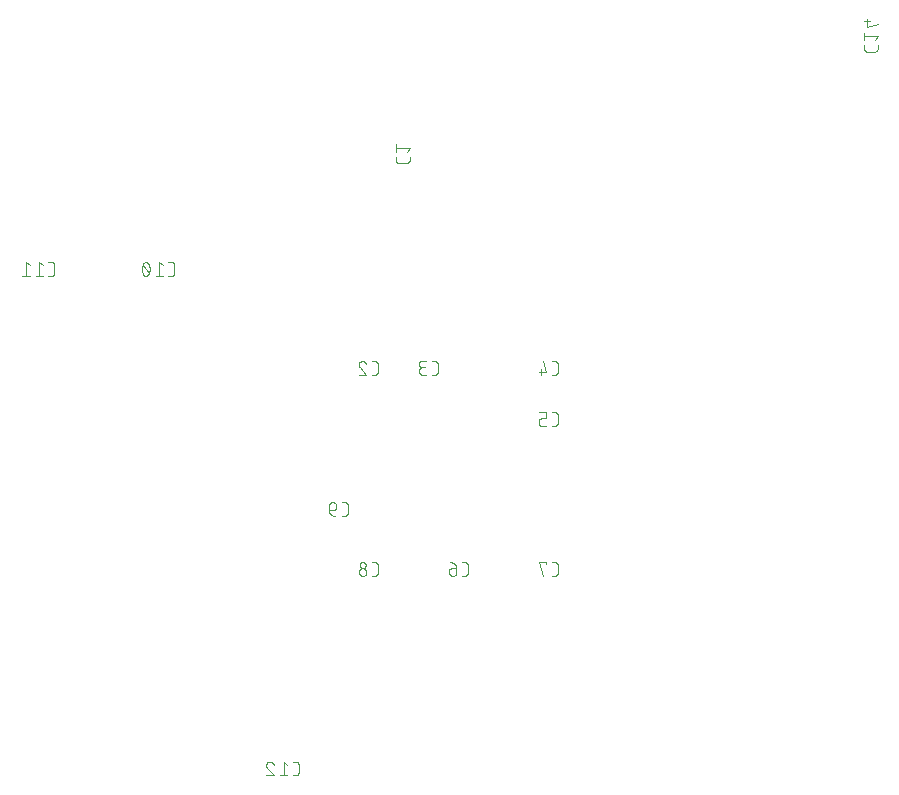
<source format=gbr>
G04 EAGLE Gerber RS-274X export*
G75*
%MOMM*%
%FSLAX34Y34*%
%LPD*%
%INSilkscreen Bottom*%
%IPPOS*%
%AMOC8*
5,1,8,0,0,1.08239X$1,22.5*%
G01*
%ADD10C,0.101600*%


D10*
X505968Y555968D02*
X505968Y553372D01*
X505970Y553273D01*
X505976Y553173D01*
X505985Y553074D01*
X505998Y552976D01*
X506015Y552878D01*
X506036Y552780D01*
X506061Y552684D01*
X506089Y552589D01*
X506121Y552495D01*
X506156Y552402D01*
X506195Y552310D01*
X506238Y552220D01*
X506283Y552132D01*
X506333Y552045D01*
X506385Y551961D01*
X506441Y551878D01*
X506499Y551798D01*
X506561Y551720D01*
X506626Y551645D01*
X506694Y551572D01*
X506764Y551502D01*
X506837Y551434D01*
X506912Y551369D01*
X506990Y551307D01*
X507070Y551249D01*
X507153Y551193D01*
X507237Y551141D01*
X507324Y551091D01*
X507412Y551046D01*
X507502Y551003D01*
X507594Y550964D01*
X507687Y550929D01*
X507781Y550897D01*
X507876Y550869D01*
X507972Y550844D01*
X508070Y550823D01*
X508168Y550806D01*
X508266Y550793D01*
X508365Y550784D01*
X508465Y550778D01*
X508564Y550776D01*
X508564Y550775D02*
X515056Y550775D01*
X515056Y550776D02*
X515155Y550778D01*
X515255Y550784D01*
X515354Y550793D01*
X515452Y550806D01*
X515550Y550823D01*
X515648Y550844D01*
X515744Y550869D01*
X515839Y550897D01*
X515933Y550929D01*
X516026Y550964D01*
X516118Y551003D01*
X516208Y551046D01*
X516296Y551091D01*
X516383Y551141D01*
X516467Y551193D01*
X516550Y551249D01*
X516630Y551307D01*
X516708Y551369D01*
X516783Y551434D01*
X516856Y551502D01*
X516926Y551572D01*
X516994Y551645D01*
X517059Y551720D01*
X517121Y551798D01*
X517179Y551878D01*
X517235Y551961D01*
X517287Y552045D01*
X517337Y552132D01*
X517382Y552220D01*
X517425Y552310D01*
X517464Y552402D01*
X517499Y552494D01*
X517531Y552589D01*
X517559Y552684D01*
X517584Y552780D01*
X517605Y552878D01*
X517622Y552976D01*
X517635Y553074D01*
X517644Y553173D01*
X517650Y553273D01*
X517652Y553372D01*
X517652Y555968D01*
X515056Y560334D02*
X517652Y563579D01*
X505968Y563579D01*
X505968Y560334D02*
X505968Y566825D01*
X488028Y371348D02*
X485432Y371348D01*
X488028Y371348D02*
X488127Y371350D01*
X488227Y371356D01*
X488326Y371365D01*
X488424Y371378D01*
X488522Y371395D01*
X488620Y371416D01*
X488716Y371441D01*
X488811Y371469D01*
X488905Y371501D01*
X488998Y371536D01*
X489090Y371575D01*
X489180Y371618D01*
X489268Y371663D01*
X489355Y371713D01*
X489439Y371765D01*
X489522Y371821D01*
X489602Y371879D01*
X489680Y371941D01*
X489755Y372006D01*
X489828Y372074D01*
X489898Y372144D01*
X489966Y372217D01*
X490031Y372292D01*
X490093Y372370D01*
X490151Y372450D01*
X490207Y372533D01*
X490259Y372617D01*
X490309Y372704D01*
X490354Y372792D01*
X490397Y372882D01*
X490436Y372974D01*
X490471Y373067D01*
X490503Y373161D01*
X490531Y373256D01*
X490556Y373352D01*
X490577Y373450D01*
X490594Y373548D01*
X490607Y373646D01*
X490616Y373745D01*
X490622Y373845D01*
X490624Y373944D01*
X490625Y373944D02*
X490625Y380436D01*
X490624Y380436D02*
X490622Y380535D01*
X490616Y380635D01*
X490607Y380734D01*
X490594Y380832D01*
X490577Y380930D01*
X490556Y381028D01*
X490531Y381124D01*
X490503Y381219D01*
X490471Y381313D01*
X490436Y381406D01*
X490397Y381498D01*
X490354Y381588D01*
X490309Y381676D01*
X490259Y381763D01*
X490207Y381847D01*
X490151Y381930D01*
X490093Y382010D01*
X490031Y382088D01*
X489966Y382163D01*
X489898Y382236D01*
X489828Y382306D01*
X489755Y382374D01*
X489680Y382439D01*
X489602Y382501D01*
X489522Y382559D01*
X489439Y382615D01*
X489355Y382667D01*
X489268Y382717D01*
X489180Y382762D01*
X489090Y382805D01*
X488998Y382844D01*
X488905Y382879D01*
X488811Y382911D01*
X488716Y382939D01*
X488620Y382964D01*
X488522Y382985D01*
X488424Y383002D01*
X488326Y383015D01*
X488227Y383024D01*
X488127Y383030D01*
X488028Y383032D01*
X485432Y383032D01*
X477496Y383032D02*
X477389Y383030D01*
X477283Y383024D01*
X477177Y383014D01*
X477071Y383001D01*
X476965Y382983D01*
X476861Y382962D01*
X476757Y382937D01*
X476654Y382908D01*
X476553Y382876D01*
X476453Y382839D01*
X476354Y382799D01*
X476256Y382756D01*
X476160Y382709D01*
X476066Y382658D01*
X475974Y382604D01*
X475884Y382547D01*
X475796Y382487D01*
X475711Y382423D01*
X475628Y382356D01*
X475547Y382286D01*
X475469Y382214D01*
X475393Y382138D01*
X475321Y382060D01*
X475251Y381979D01*
X475184Y381896D01*
X475120Y381811D01*
X475060Y381723D01*
X475003Y381633D01*
X474949Y381541D01*
X474898Y381447D01*
X474851Y381351D01*
X474808Y381253D01*
X474768Y381154D01*
X474731Y381054D01*
X474699Y380953D01*
X474670Y380850D01*
X474645Y380746D01*
X474624Y380642D01*
X474606Y380536D01*
X474593Y380430D01*
X474583Y380324D01*
X474577Y380218D01*
X474575Y380111D01*
X477496Y383032D02*
X477617Y383030D01*
X477738Y383024D01*
X477858Y383014D01*
X477979Y383001D01*
X478098Y382983D01*
X478218Y382962D01*
X478336Y382937D01*
X478453Y382908D01*
X478570Y382875D01*
X478685Y382839D01*
X478799Y382798D01*
X478912Y382755D01*
X479024Y382707D01*
X479133Y382656D01*
X479241Y382601D01*
X479348Y382543D01*
X479452Y382482D01*
X479554Y382417D01*
X479654Y382349D01*
X479752Y382278D01*
X479848Y382204D01*
X479941Y382127D01*
X480031Y382046D01*
X480119Y381963D01*
X480204Y381877D01*
X480287Y381788D01*
X480366Y381697D01*
X480443Y381603D01*
X480516Y381507D01*
X480586Y381409D01*
X480653Y381308D01*
X480717Y381205D01*
X480778Y381100D01*
X480835Y380993D01*
X480888Y380885D01*
X480938Y380775D01*
X480984Y380663D01*
X481027Y380550D01*
X481066Y380435D01*
X475550Y377839D02*
X475471Y377917D01*
X475395Y377997D01*
X475322Y378080D01*
X475252Y378166D01*
X475185Y378253D01*
X475121Y378344D01*
X475061Y378436D01*
X475003Y378530D01*
X474949Y378627D01*
X474899Y378725D01*
X474852Y378825D01*
X474808Y378926D01*
X474768Y379029D01*
X474732Y379134D01*
X474700Y379239D01*
X474671Y379346D01*
X474646Y379453D01*
X474624Y379562D01*
X474607Y379671D01*
X474593Y379780D01*
X474584Y379890D01*
X474578Y380001D01*
X474576Y380111D01*
X475549Y377839D02*
X481066Y371348D01*
X474575Y371348D01*
X536232Y371348D02*
X538828Y371348D01*
X538927Y371350D01*
X539027Y371356D01*
X539126Y371365D01*
X539224Y371378D01*
X539322Y371395D01*
X539420Y371416D01*
X539516Y371441D01*
X539611Y371469D01*
X539705Y371501D01*
X539798Y371536D01*
X539890Y371575D01*
X539980Y371618D01*
X540068Y371663D01*
X540155Y371713D01*
X540239Y371765D01*
X540322Y371821D01*
X540402Y371879D01*
X540480Y371941D01*
X540555Y372006D01*
X540628Y372074D01*
X540698Y372144D01*
X540766Y372217D01*
X540831Y372292D01*
X540893Y372370D01*
X540951Y372450D01*
X541007Y372533D01*
X541059Y372617D01*
X541109Y372704D01*
X541154Y372792D01*
X541197Y372882D01*
X541236Y372974D01*
X541271Y373067D01*
X541303Y373161D01*
X541331Y373256D01*
X541356Y373352D01*
X541377Y373450D01*
X541394Y373548D01*
X541407Y373646D01*
X541416Y373745D01*
X541422Y373845D01*
X541424Y373944D01*
X541425Y373944D02*
X541425Y380436D01*
X541424Y380436D02*
X541422Y380535D01*
X541416Y380635D01*
X541407Y380734D01*
X541394Y380832D01*
X541377Y380930D01*
X541356Y381028D01*
X541331Y381124D01*
X541303Y381219D01*
X541271Y381313D01*
X541236Y381406D01*
X541197Y381498D01*
X541154Y381588D01*
X541109Y381676D01*
X541059Y381763D01*
X541007Y381847D01*
X540951Y381930D01*
X540893Y382010D01*
X540831Y382088D01*
X540766Y382163D01*
X540698Y382236D01*
X540628Y382306D01*
X540555Y382374D01*
X540480Y382439D01*
X540402Y382501D01*
X540322Y382559D01*
X540239Y382615D01*
X540155Y382667D01*
X540068Y382717D01*
X539980Y382762D01*
X539890Y382805D01*
X539798Y382844D01*
X539705Y382879D01*
X539611Y382911D01*
X539516Y382939D01*
X539420Y382964D01*
X539322Y382985D01*
X539224Y383002D01*
X539126Y383015D01*
X539027Y383024D01*
X538927Y383030D01*
X538828Y383032D01*
X536232Y383032D01*
X531866Y371348D02*
X528621Y371348D01*
X528508Y371350D01*
X528395Y371356D01*
X528282Y371366D01*
X528169Y371380D01*
X528057Y371397D01*
X527946Y371419D01*
X527836Y371444D01*
X527726Y371474D01*
X527618Y371507D01*
X527511Y371544D01*
X527405Y371584D01*
X527301Y371629D01*
X527198Y371677D01*
X527097Y371728D01*
X526998Y371783D01*
X526901Y371841D01*
X526806Y371903D01*
X526713Y371968D01*
X526623Y372036D01*
X526535Y372107D01*
X526449Y372182D01*
X526366Y372259D01*
X526286Y372339D01*
X526209Y372422D01*
X526134Y372508D01*
X526063Y372596D01*
X525995Y372686D01*
X525930Y372779D01*
X525868Y372874D01*
X525810Y372971D01*
X525755Y373070D01*
X525704Y373171D01*
X525656Y373274D01*
X525611Y373378D01*
X525571Y373484D01*
X525534Y373591D01*
X525501Y373699D01*
X525471Y373809D01*
X525446Y373919D01*
X525424Y374030D01*
X525407Y374142D01*
X525393Y374255D01*
X525383Y374368D01*
X525377Y374481D01*
X525375Y374594D01*
X525377Y374707D01*
X525383Y374820D01*
X525393Y374933D01*
X525407Y375046D01*
X525424Y375158D01*
X525446Y375269D01*
X525471Y375379D01*
X525501Y375489D01*
X525534Y375597D01*
X525571Y375704D01*
X525611Y375810D01*
X525656Y375914D01*
X525704Y376017D01*
X525755Y376118D01*
X525810Y376217D01*
X525868Y376314D01*
X525930Y376409D01*
X525995Y376502D01*
X526063Y376592D01*
X526134Y376680D01*
X526209Y376766D01*
X526286Y376849D01*
X526366Y376929D01*
X526449Y377006D01*
X526535Y377081D01*
X526623Y377152D01*
X526713Y377220D01*
X526806Y377285D01*
X526901Y377347D01*
X526998Y377405D01*
X527097Y377460D01*
X527198Y377511D01*
X527301Y377559D01*
X527405Y377604D01*
X527511Y377644D01*
X527618Y377681D01*
X527726Y377714D01*
X527836Y377744D01*
X527946Y377769D01*
X528057Y377791D01*
X528169Y377808D01*
X528282Y377822D01*
X528395Y377832D01*
X528508Y377838D01*
X528621Y377840D01*
X527972Y383032D02*
X531866Y383032D01*
X527972Y383032D02*
X527871Y383030D01*
X527771Y383024D01*
X527671Y383014D01*
X527571Y383001D01*
X527472Y382983D01*
X527373Y382962D01*
X527276Y382937D01*
X527179Y382908D01*
X527084Y382875D01*
X526990Y382839D01*
X526898Y382799D01*
X526807Y382756D01*
X526718Y382709D01*
X526631Y382659D01*
X526545Y382605D01*
X526462Y382548D01*
X526382Y382488D01*
X526303Y382425D01*
X526227Y382358D01*
X526154Y382289D01*
X526084Y382217D01*
X526016Y382143D01*
X525951Y382066D01*
X525890Y381986D01*
X525831Y381904D01*
X525776Y381820D01*
X525724Y381734D01*
X525675Y381646D01*
X525630Y381556D01*
X525588Y381464D01*
X525550Y381371D01*
X525516Y381276D01*
X525485Y381181D01*
X525458Y381084D01*
X525435Y380986D01*
X525415Y380887D01*
X525400Y380787D01*
X525388Y380687D01*
X525380Y380587D01*
X525376Y380486D01*
X525376Y380386D01*
X525380Y380285D01*
X525388Y380185D01*
X525400Y380085D01*
X525415Y379985D01*
X525435Y379886D01*
X525458Y379788D01*
X525485Y379691D01*
X525516Y379596D01*
X525550Y379501D01*
X525588Y379408D01*
X525630Y379316D01*
X525675Y379226D01*
X525724Y379138D01*
X525776Y379052D01*
X525831Y378968D01*
X525890Y378886D01*
X525951Y378806D01*
X526016Y378729D01*
X526084Y378655D01*
X526154Y378583D01*
X526227Y378514D01*
X526303Y378447D01*
X526382Y378384D01*
X526462Y378324D01*
X526545Y378267D01*
X526631Y378213D01*
X526718Y378163D01*
X526807Y378116D01*
X526898Y378073D01*
X526990Y378033D01*
X527084Y377997D01*
X527179Y377964D01*
X527276Y377935D01*
X527373Y377910D01*
X527472Y377889D01*
X527571Y377871D01*
X527671Y377858D01*
X527771Y377848D01*
X527871Y377842D01*
X527972Y377840D01*
X527972Y377839D02*
X530568Y377839D01*
X637832Y371348D02*
X640428Y371348D01*
X640527Y371350D01*
X640627Y371356D01*
X640726Y371365D01*
X640824Y371378D01*
X640922Y371395D01*
X641020Y371416D01*
X641116Y371441D01*
X641211Y371469D01*
X641305Y371501D01*
X641398Y371536D01*
X641490Y371575D01*
X641580Y371618D01*
X641668Y371663D01*
X641755Y371713D01*
X641839Y371765D01*
X641922Y371821D01*
X642002Y371879D01*
X642080Y371941D01*
X642155Y372006D01*
X642228Y372074D01*
X642298Y372144D01*
X642366Y372217D01*
X642431Y372292D01*
X642493Y372370D01*
X642551Y372450D01*
X642607Y372533D01*
X642659Y372617D01*
X642709Y372704D01*
X642754Y372792D01*
X642797Y372882D01*
X642836Y372974D01*
X642871Y373067D01*
X642903Y373161D01*
X642931Y373256D01*
X642956Y373352D01*
X642977Y373450D01*
X642994Y373548D01*
X643007Y373646D01*
X643016Y373745D01*
X643022Y373845D01*
X643024Y373944D01*
X643025Y373944D02*
X643025Y380436D01*
X643024Y380436D02*
X643022Y380535D01*
X643016Y380635D01*
X643007Y380734D01*
X642994Y380832D01*
X642977Y380930D01*
X642956Y381028D01*
X642931Y381124D01*
X642903Y381219D01*
X642871Y381313D01*
X642836Y381406D01*
X642797Y381498D01*
X642754Y381588D01*
X642709Y381676D01*
X642659Y381763D01*
X642607Y381847D01*
X642551Y381930D01*
X642493Y382010D01*
X642431Y382088D01*
X642366Y382163D01*
X642298Y382236D01*
X642228Y382306D01*
X642155Y382374D01*
X642080Y382439D01*
X642002Y382501D01*
X641922Y382559D01*
X641839Y382615D01*
X641755Y382667D01*
X641668Y382717D01*
X641580Y382762D01*
X641490Y382805D01*
X641398Y382844D01*
X641305Y382879D01*
X641211Y382911D01*
X641116Y382939D01*
X641020Y382964D01*
X640922Y382985D01*
X640824Y383002D01*
X640726Y383015D01*
X640627Y383024D01*
X640527Y383030D01*
X640428Y383032D01*
X637832Y383032D01*
X630870Y383032D02*
X633466Y373944D01*
X626975Y373944D01*
X628923Y371348D02*
X628923Y376541D01*
X637832Y328168D02*
X640428Y328168D01*
X640527Y328170D01*
X640627Y328176D01*
X640726Y328185D01*
X640824Y328198D01*
X640922Y328215D01*
X641020Y328236D01*
X641116Y328261D01*
X641211Y328289D01*
X641305Y328321D01*
X641398Y328356D01*
X641490Y328395D01*
X641580Y328438D01*
X641668Y328483D01*
X641755Y328533D01*
X641839Y328585D01*
X641922Y328641D01*
X642002Y328699D01*
X642080Y328761D01*
X642155Y328826D01*
X642228Y328894D01*
X642298Y328964D01*
X642366Y329037D01*
X642431Y329112D01*
X642493Y329190D01*
X642551Y329270D01*
X642607Y329353D01*
X642659Y329437D01*
X642709Y329524D01*
X642754Y329612D01*
X642797Y329702D01*
X642836Y329794D01*
X642871Y329887D01*
X642903Y329981D01*
X642931Y330076D01*
X642956Y330172D01*
X642977Y330270D01*
X642994Y330368D01*
X643007Y330466D01*
X643016Y330565D01*
X643022Y330665D01*
X643024Y330764D01*
X643025Y330764D02*
X643025Y337256D01*
X643024Y337256D02*
X643022Y337355D01*
X643016Y337455D01*
X643007Y337554D01*
X642994Y337652D01*
X642977Y337750D01*
X642956Y337848D01*
X642931Y337944D01*
X642903Y338039D01*
X642871Y338133D01*
X642836Y338226D01*
X642797Y338318D01*
X642754Y338408D01*
X642709Y338496D01*
X642659Y338583D01*
X642607Y338667D01*
X642551Y338750D01*
X642493Y338830D01*
X642431Y338908D01*
X642366Y338983D01*
X642298Y339056D01*
X642228Y339126D01*
X642155Y339194D01*
X642080Y339259D01*
X642002Y339321D01*
X641922Y339379D01*
X641839Y339435D01*
X641755Y339487D01*
X641668Y339537D01*
X641580Y339582D01*
X641490Y339625D01*
X641398Y339664D01*
X641305Y339699D01*
X641211Y339731D01*
X641116Y339759D01*
X641020Y339784D01*
X640922Y339805D01*
X640824Y339822D01*
X640726Y339835D01*
X640627Y339844D01*
X640527Y339850D01*
X640428Y339852D01*
X637832Y339852D01*
X633466Y328168D02*
X629572Y328168D01*
X629473Y328170D01*
X629373Y328176D01*
X629274Y328185D01*
X629176Y328198D01*
X629078Y328215D01*
X628980Y328236D01*
X628884Y328261D01*
X628789Y328289D01*
X628695Y328321D01*
X628602Y328356D01*
X628510Y328395D01*
X628420Y328438D01*
X628332Y328483D01*
X628245Y328533D01*
X628161Y328585D01*
X628078Y328641D01*
X627998Y328699D01*
X627920Y328761D01*
X627845Y328826D01*
X627772Y328894D01*
X627702Y328964D01*
X627634Y329037D01*
X627569Y329112D01*
X627507Y329190D01*
X627449Y329270D01*
X627393Y329353D01*
X627341Y329437D01*
X627291Y329524D01*
X627246Y329612D01*
X627203Y329702D01*
X627164Y329794D01*
X627129Y329887D01*
X627097Y329981D01*
X627069Y330076D01*
X627044Y330172D01*
X627023Y330270D01*
X627006Y330368D01*
X626993Y330466D01*
X626984Y330565D01*
X626978Y330665D01*
X626976Y330764D01*
X626975Y330764D02*
X626975Y332063D01*
X626976Y332063D02*
X626978Y332162D01*
X626984Y332262D01*
X626993Y332361D01*
X627006Y332459D01*
X627023Y332557D01*
X627044Y332655D01*
X627069Y332751D01*
X627097Y332846D01*
X627129Y332940D01*
X627164Y333033D01*
X627203Y333125D01*
X627246Y333215D01*
X627291Y333303D01*
X627341Y333390D01*
X627393Y333474D01*
X627449Y333557D01*
X627507Y333637D01*
X627569Y333715D01*
X627634Y333790D01*
X627702Y333863D01*
X627772Y333933D01*
X627845Y334001D01*
X627920Y334066D01*
X627998Y334128D01*
X628078Y334186D01*
X628161Y334242D01*
X628245Y334294D01*
X628332Y334344D01*
X628420Y334389D01*
X628510Y334432D01*
X628602Y334471D01*
X628695Y334506D01*
X628789Y334538D01*
X628884Y334566D01*
X628980Y334591D01*
X629078Y334612D01*
X629176Y334629D01*
X629274Y334642D01*
X629373Y334651D01*
X629473Y334657D01*
X629572Y334659D01*
X633466Y334659D01*
X633466Y339852D01*
X626975Y339852D01*
X564228Y201168D02*
X561632Y201168D01*
X564228Y201168D02*
X564327Y201170D01*
X564427Y201176D01*
X564526Y201185D01*
X564624Y201198D01*
X564722Y201215D01*
X564820Y201236D01*
X564916Y201261D01*
X565011Y201289D01*
X565105Y201321D01*
X565198Y201356D01*
X565290Y201395D01*
X565380Y201438D01*
X565468Y201483D01*
X565555Y201533D01*
X565639Y201585D01*
X565722Y201641D01*
X565802Y201699D01*
X565880Y201761D01*
X565955Y201826D01*
X566028Y201894D01*
X566098Y201964D01*
X566166Y202037D01*
X566231Y202112D01*
X566293Y202190D01*
X566351Y202270D01*
X566407Y202353D01*
X566459Y202437D01*
X566509Y202524D01*
X566554Y202612D01*
X566597Y202702D01*
X566636Y202794D01*
X566671Y202887D01*
X566703Y202981D01*
X566731Y203076D01*
X566756Y203172D01*
X566777Y203270D01*
X566794Y203368D01*
X566807Y203466D01*
X566816Y203565D01*
X566822Y203665D01*
X566824Y203764D01*
X566825Y203764D02*
X566825Y210256D01*
X566824Y210256D02*
X566822Y210355D01*
X566816Y210455D01*
X566807Y210554D01*
X566794Y210652D01*
X566777Y210750D01*
X566756Y210848D01*
X566731Y210944D01*
X566703Y211039D01*
X566671Y211133D01*
X566636Y211226D01*
X566597Y211318D01*
X566554Y211408D01*
X566509Y211496D01*
X566459Y211583D01*
X566407Y211667D01*
X566351Y211750D01*
X566293Y211830D01*
X566231Y211908D01*
X566166Y211983D01*
X566098Y212056D01*
X566028Y212126D01*
X565955Y212194D01*
X565880Y212259D01*
X565802Y212321D01*
X565722Y212379D01*
X565639Y212435D01*
X565555Y212487D01*
X565468Y212537D01*
X565380Y212582D01*
X565290Y212625D01*
X565198Y212664D01*
X565105Y212699D01*
X565011Y212731D01*
X564916Y212759D01*
X564820Y212784D01*
X564722Y212805D01*
X564624Y212822D01*
X564526Y212835D01*
X564427Y212844D01*
X564327Y212850D01*
X564228Y212852D01*
X561632Y212852D01*
X557266Y207659D02*
X553372Y207659D01*
X553273Y207657D01*
X553173Y207651D01*
X553074Y207642D01*
X552976Y207629D01*
X552878Y207612D01*
X552780Y207591D01*
X552684Y207566D01*
X552589Y207538D01*
X552495Y207506D01*
X552402Y207471D01*
X552310Y207432D01*
X552220Y207389D01*
X552132Y207344D01*
X552045Y207294D01*
X551961Y207242D01*
X551878Y207186D01*
X551798Y207128D01*
X551720Y207066D01*
X551645Y207001D01*
X551572Y206933D01*
X551502Y206863D01*
X551434Y206790D01*
X551369Y206715D01*
X551307Y206637D01*
X551249Y206557D01*
X551193Y206474D01*
X551141Y206390D01*
X551091Y206303D01*
X551046Y206215D01*
X551003Y206125D01*
X550964Y206033D01*
X550929Y205940D01*
X550897Y205846D01*
X550869Y205751D01*
X550844Y205655D01*
X550823Y205557D01*
X550806Y205459D01*
X550793Y205361D01*
X550784Y205262D01*
X550778Y205162D01*
X550776Y205063D01*
X550775Y205063D02*
X550775Y204414D01*
X550777Y204301D01*
X550783Y204188D01*
X550793Y204075D01*
X550807Y203962D01*
X550824Y203850D01*
X550846Y203739D01*
X550871Y203629D01*
X550901Y203519D01*
X550934Y203411D01*
X550971Y203304D01*
X551011Y203198D01*
X551056Y203094D01*
X551104Y202991D01*
X551155Y202890D01*
X551210Y202791D01*
X551268Y202694D01*
X551330Y202599D01*
X551395Y202506D01*
X551463Y202416D01*
X551534Y202328D01*
X551609Y202242D01*
X551686Y202159D01*
X551766Y202079D01*
X551849Y202002D01*
X551935Y201927D01*
X552023Y201856D01*
X552113Y201788D01*
X552206Y201723D01*
X552301Y201661D01*
X552398Y201603D01*
X552497Y201548D01*
X552598Y201497D01*
X552701Y201449D01*
X552805Y201404D01*
X552911Y201364D01*
X553018Y201327D01*
X553126Y201294D01*
X553236Y201264D01*
X553346Y201239D01*
X553457Y201217D01*
X553569Y201200D01*
X553682Y201186D01*
X553795Y201176D01*
X553908Y201170D01*
X554021Y201168D01*
X554134Y201170D01*
X554247Y201176D01*
X554360Y201186D01*
X554473Y201200D01*
X554585Y201217D01*
X554696Y201239D01*
X554806Y201264D01*
X554916Y201294D01*
X555024Y201327D01*
X555131Y201364D01*
X555237Y201404D01*
X555341Y201449D01*
X555444Y201497D01*
X555545Y201548D01*
X555644Y201603D01*
X555741Y201661D01*
X555836Y201723D01*
X555929Y201788D01*
X556019Y201856D01*
X556107Y201927D01*
X556193Y202002D01*
X556276Y202079D01*
X556356Y202159D01*
X556433Y202242D01*
X556508Y202328D01*
X556579Y202416D01*
X556647Y202506D01*
X556712Y202599D01*
X556774Y202694D01*
X556832Y202791D01*
X556887Y202890D01*
X556938Y202991D01*
X556986Y203094D01*
X557031Y203198D01*
X557071Y203304D01*
X557108Y203411D01*
X557141Y203519D01*
X557171Y203629D01*
X557196Y203739D01*
X557218Y203850D01*
X557235Y203962D01*
X557249Y204075D01*
X557259Y204188D01*
X557265Y204301D01*
X557267Y204414D01*
X557266Y204414D02*
X557266Y207659D01*
X557267Y207659D02*
X557265Y207802D01*
X557259Y207945D01*
X557249Y208088D01*
X557235Y208230D01*
X557218Y208372D01*
X557196Y208514D01*
X557171Y208655D01*
X557141Y208795D01*
X557108Y208934D01*
X557071Y209072D01*
X557030Y209209D01*
X556986Y209345D01*
X556937Y209480D01*
X556885Y209613D01*
X556830Y209745D01*
X556770Y209875D01*
X556707Y210004D01*
X556641Y210131D01*
X556571Y210256D01*
X556498Y210378D01*
X556421Y210499D01*
X556341Y210618D01*
X556258Y210734D01*
X556172Y210849D01*
X556083Y210960D01*
X555990Y211070D01*
X555895Y211176D01*
X555796Y211280D01*
X555695Y211381D01*
X555591Y211480D01*
X555485Y211575D01*
X555375Y211668D01*
X555264Y211757D01*
X555149Y211843D01*
X555033Y211926D01*
X554914Y212006D01*
X554793Y212083D01*
X554671Y212156D01*
X554546Y212226D01*
X554419Y212292D01*
X554290Y212355D01*
X554160Y212415D01*
X554028Y212470D01*
X553895Y212522D01*
X553760Y212571D01*
X553624Y212615D01*
X553487Y212656D01*
X553349Y212693D01*
X553210Y212726D01*
X553070Y212756D01*
X552929Y212781D01*
X552787Y212803D01*
X552645Y212820D01*
X552503Y212834D01*
X552360Y212844D01*
X552217Y212850D01*
X552074Y212852D01*
X637832Y201168D02*
X640428Y201168D01*
X640527Y201170D01*
X640627Y201176D01*
X640726Y201185D01*
X640824Y201198D01*
X640922Y201215D01*
X641020Y201236D01*
X641116Y201261D01*
X641211Y201289D01*
X641305Y201321D01*
X641398Y201356D01*
X641490Y201395D01*
X641580Y201438D01*
X641668Y201483D01*
X641755Y201533D01*
X641839Y201585D01*
X641922Y201641D01*
X642002Y201699D01*
X642080Y201761D01*
X642155Y201826D01*
X642228Y201894D01*
X642298Y201964D01*
X642366Y202037D01*
X642431Y202112D01*
X642493Y202190D01*
X642551Y202270D01*
X642607Y202353D01*
X642659Y202437D01*
X642709Y202524D01*
X642754Y202612D01*
X642797Y202702D01*
X642836Y202794D01*
X642871Y202887D01*
X642903Y202981D01*
X642931Y203076D01*
X642956Y203172D01*
X642977Y203270D01*
X642994Y203368D01*
X643007Y203466D01*
X643016Y203565D01*
X643022Y203665D01*
X643024Y203764D01*
X643025Y203764D02*
X643025Y210256D01*
X643024Y210256D02*
X643022Y210355D01*
X643016Y210455D01*
X643007Y210554D01*
X642994Y210652D01*
X642977Y210750D01*
X642956Y210848D01*
X642931Y210944D01*
X642903Y211039D01*
X642871Y211133D01*
X642836Y211226D01*
X642797Y211318D01*
X642754Y211408D01*
X642709Y211496D01*
X642659Y211583D01*
X642607Y211667D01*
X642551Y211750D01*
X642493Y211830D01*
X642431Y211908D01*
X642366Y211983D01*
X642298Y212056D01*
X642228Y212126D01*
X642155Y212194D01*
X642080Y212259D01*
X642002Y212321D01*
X641922Y212379D01*
X641839Y212435D01*
X641755Y212487D01*
X641668Y212537D01*
X641580Y212582D01*
X641490Y212625D01*
X641398Y212664D01*
X641305Y212699D01*
X641211Y212731D01*
X641116Y212759D01*
X641020Y212784D01*
X640922Y212805D01*
X640824Y212822D01*
X640726Y212835D01*
X640627Y212844D01*
X640527Y212850D01*
X640428Y212852D01*
X637832Y212852D01*
X633466Y212852D02*
X633466Y211554D01*
X633466Y212852D02*
X626975Y212852D01*
X630221Y201168D01*
X488028Y201168D02*
X485432Y201168D01*
X488028Y201168D02*
X488127Y201170D01*
X488227Y201176D01*
X488326Y201185D01*
X488424Y201198D01*
X488522Y201215D01*
X488620Y201236D01*
X488716Y201261D01*
X488811Y201289D01*
X488905Y201321D01*
X488998Y201356D01*
X489090Y201395D01*
X489180Y201438D01*
X489268Y201483D01*
X489355Y201533D01*
X489439Y201585D01*
X489522Y201641D01*
X489602Y201699D01*
X489680Y201761D01*
X489755Y201826D01*
X489828Y201894D01*
X489898Y201964D01*
X489966Y202037D01*
X490031Y202112D01*
X490093Y202190D01*
X490151Y202270D01*
X490207Y202353D01*
X490259Y202437D01*
X490309Y202524D01*
X490354Y202612D01*
X490397Y202702D01*
X490436Y202794D01*
X490471Y202887D01*
X490503Y202981D01*
X490531Y203076D01*
X490556Y203172D01*
X490577Y203270D01*
X490594Y203368D01*
X490607Y203466D01*
X490616Y203565D01*
X490622Y203665D01*
X490624Y203764D01*
X490625Y203764D02*
X490625Y210256D01*
X490624Y210256D02*
X490622Y210355D01*
X490616Y210455D01*
X490607Y210554D01*
X490594Y210652D01*
X490577Y210750D01*
X490556Y210848D01*
X490531Y210944D01*
X490503Y211039D01*
X490471Y211133D01*
X490436Y211226D01*
X490397Y211318D01*
X490354Y211408D01*
X490309Y211496D01*
X490259Y211583D01*
X490207Y211667D01*
X490151Y211750D01*
X490093Y211830D01*
X490031Y211908D01*
X489966Y211983D01*
X489898Y212056D01*
X489828Y212126D01*
X489755Y212194D01*
X489680Y212259D01*
X489602Y212321D01*
X489522Y212379D01*
X489439Y212435D01*
X489355Y212487D01*
X489268Y212537D01*
X489180Y212582D01*
X489090Y212625D01*
X488998Y212664D01*
X488905Y212699D01*
X488811Y212731D01*
X488716Y212759D01*
X488620Y212784D01*
X488522Y212805D01*
X488424Y212822D01*
X488326Y212835D01*
X488227Y212844D01*
X488127Y212850D01*
X488028Y212852D01*
X485432Y212852D01*
X481067Y204414D02*
X481065Y204527D01*
X481059Y204640D01*
X481049Y204753D01*
X481035Y204866D01*
X481018Y204978D01*
X480996Y205089D01*
X480971Y205199D01*
X480941Y205309D01*
X480908Y205417D01*
X480871Y205524D01*
X480831Y205630D01*
X480786Y205734D01*
X480738Y205837D01*
X480687Y205938D01*
X480632Y206037D01*
X480574Y206134D01*
X480512Y206229D01*
X480447Y206322D01*
X480379Y206412D01*
X480308Y206500D01*
X480233Y206586D01*
X480156Y206669D01*
X480076Y206749D01*
X479993Y206826D01*
X479907Y206901D01*
X479819Y206972D01*
X479729Y207040D01*
X479636Y207105D01*
X479541Y207167D01*
X479444Y207225D01*
X479345Y207280D01*
X479244Y207331D01*
X479141Y207379D01*
X479037Y207424D01*
X478931Y207464D01*
X478824Y207501D01*
X478716Y207534D01*
X478606Y207564D01*
X478496Y207589D01*
X478385Y207611D01*
X478273Y207628D01*
X478160Y207642D01*
X478047Y207652D01*
X477934Y207658D01*
X477821Y207660D01*
X477708Y207658D01*
X477595Y207652D01*
X477482Y207642D01*
X477369Y207628D01*
X477257Y207611D01*
X477146Y207589D01*
X477036Y207564D01*
X476926Y207534D01*
X476818Y207501D01*
X476711Y207464D01*
X476605Y207424D01*
X476501Y207379D01*
X476398Y207331D01*
X476297Y207280D01*
X476198Y207225D01*
X476101Y207167D01*
X476006Y207105D01*
X475913Y207040D01*
X475823Y206972D01*
X475735Y206901D01*
X475649Y206826D01*
X475566Y206749D01*
X475486Y206669D01*
X475409Y206586D01*
X475334Y206500D01*
X475263Y206412D01*
X475195Y206322D01*
X475130Y206229D01*
X475068Y206134D01*
X475010Y206037D01*
X474955Y205938D01*
X474904Y205837D01*
X474856Y205734D01*
X474811Y205630D01*
X474771Y205524D01*
X474734Y205417D01*
X474701Y205309D01*
X474671Y205199D01*
X474646Y205089D01*
X474624Y204978D01*
X474607Y204866D01*
X474593Y204753D01*
X474583Y204640D01*
X474577Y204527D01*
X474575Y204414D01*
X474577Y204301D01*
X474583Y204188D01*
X474593Y204075D01*
X474607Y203962D01*
X474624Y203850D01*
X474646Y203739D01*
X474671Y203629D01*
X474701Y203519D01*
X474734Y203411D01*
X474771Y203304D01*
X474811Y203198D01*
X474856Y203094D01*
X474904Y202991D01*
X474955Y202890D01*
X475010Y202791D01*
X475068Y202694D01*
X475130Y202599D01*
X475195Y202506D01*
X475263Y202416D01*
X475334Y202328D01*
X475409Y202242D01*
X475486Y202159D01*
X475566Y202079D01*
X475649Y202002D01*
X475735Y201927D01*
X475823Y201856D01*
X475913Y201788D01*
X476006Y201723D01*
X476101Y201661D01*
X476198Y201603D01*
X476297Y201548D01*
X476398Y201497D01*
X476501Y201449D01*
X476605Y201404D01*
X476711Y201364D01*
X476818Y201327D01*
X476926Y201294D01*
X477036Y201264D01*
X477146Y201239D01*
X477257Y201217D01*
X477369Y201200D01*
X477482Y201186D01*
X477595Y201176D01*
X477708Y201170D01*
X477821Y201168D01*
X477934Y201170D01*
X478047Y201176D01*
X478160Y201186D01*
X478273Y201200D01*
X478385Y201217D01*
X478496Y201239D01*
X478606Y201264D01*
X478716Y201294D01*
X478824Y201327D01*
X478931Y201364D01*
X479037Y201404D01*
X479141Y201449D01*
X479244Y201497D01*
X479345Y201548D01*
X479444Y201603D01*
X479541Y201661D01*
X479636Y201723D01*
X479729Y201788D01*
X479819Y201856D01*
X479907Y201927D01*
X479993Y202002D01*
X480076Y202079D01*
X480156Y202159D01*
X480233Y202242D01*
X480308Y202328D01*
X480379Y202416D01*
X480447Y202506D01*
X480512Y202599D01*
X480574Y202694D01*
X480632Y202791D01*
X480687Y202890D01*
X480738Y202991D01*
X480786Y203094D01*
X480831Y203198D01*
X480871Y203304D01*
X480908Y203411D01*
X480941Y203519D01*
X480971Y203629D01*
X480996Y203739D01*
X481018Y203850D01*
X481035Y203962D01*
X481049Y204075D01*
X481059Y204188D01*
X481065Y204301D01*
X481067Y204414D01*
X480417Y210256D02*
X480415Y210357D01*
X480409Y210457D01*
X480399Y210557D01*
X480386Y210657D01*
X480368Y210756D01*
X480347Y210855D01*
X480322Y210952D01*
X480293Y211049D01*
X480260Y211144D01*
X480224Y211238D01*
X480184Y211330D01*
X480141Y211421D01*
X480094Y211510D01*
X480044Y211597D01*
X479990Y211683D01*
X479933Y211766D01*
X479873Y211846D01*
X479810Y211925D01*
X479743Y212001D01*
X479674Y212074D01*
X479602Y212144D01*
X479528Y212212D01*
X479451Y212277D01*
X479371Y212338D01*
X479289Y212397D01*
X479205Y212452D01*
X479119Y212504D01*
X479031Y212553D01*
X478941Y212598D01*
X478849Y212640D01*
X478756Y212678D01*
X478661Y212712D01*
X478566Y212743D01*
X478469Y212770D01*
X478371Y212793D01*
X478272Y212813D01*
X478172Y212828D01*
X478072Y212840D01*
X477972Y212848D01*
X477871Y212852D01*
X477771Y212852D01*
X477670Y212848D01*
X477570Y212840D01*
X477470Y212828D01*
X477370Y212813D01*
X477271Y212793D01*
X477173Y212770D01*
X477076Y212743D01*
X476981Y212712D01*
X476886Y212678D01*
X476793Y212640D01*
X476701Y212598D01*
X476611Y212553D01*
X476523Y212504D01*
X476437Y212452D01*
X476353Y212397D01*
X476271Y212338D01*
X476191Y212277D01*
X476114Y212212D01*
X476040Y212144D01*
X475968Y212074D01*
X475899Y212001D01*
X475832Y211925D01*
X475769Y211846D01*
X475709Y211766D01*
X475652Y211683D01*
X475598Y211597D01*
X475548Y211510D01*
X475501Y211421D01*
X475458Y211330D01*
X475418Y211238D01*
X475382Y211144D01*
X475349Y211049D01*
X475320Y210952D01*
X475295Y210855D01*
X475274Y210756D01*
X475256Y210657D01*
X475243Y210557D01*
X475233Y210457D01*
X475227Y210357D01*
X475225Y210256D01*
X475227Y210155D01*
X475233Y210055D01*
X475243Y209955D01*
X475256Y209855D01*
X475274Y209756D01*
X475295Y209657D01*
X475320Y209560D01*
X475349Y209463D01*
X475382Y209368D01*
X475418Y209274D01*
X475458Y209182D01*
X475501Y209091D01*
X475548Y209002D01*
X475598Y208915D01*
X475652Y208829D01*
X475709Y208746D01*
X475769Y208666D01*
X475832Y208587D01*
X475899Y208511D01*
X475968Y208438D01*
X476040Y208368D01*
X476114Y208300D01*
X476191Y208235D01*
X476271Y208174D01*
X476353Y208115D01*
X476437Y208060D01*
X476523Y208008D01*
X476611Y207959D01*
X476701Y207914D01*
X476793Y207872D01*
X476886Y207834D01*
X476981Y207800D01*
X477076Y207769D01*
X477173Y207742D01*
X477271Y207719D01*
X477370Y207699D01*
X477470Y207684D01*
X477570Y207672D01*
X477670Y207664D01*
X477771Y207660D01*
X477871Y207660D01*
X477972Y207664D01*
X478072Y207672D01*
X478172Y207684D01*
X478272Y207699D01*
X478371Y207719D01*
X478469Y207742D01*
X478566Y207769D01*
X478661Y207800D01*
X478756Y207834D01*
X478849Y207872D01*
X478941Y207914D01*
X479031Y207959D01*
X479119Y208008D01*
X479205Y208060D01*
X479289Y208115D01*
X479371Y208174D01*
X479451Y208235D01*
X479528Y208300D01*
X479602Y208368D01*
X479674Y208438D01*
X479743Y208511D01*
X479810Y208587D01*
X479873Y208666D01*
X479933Y208746D01*
X479990Y208829D01*
X480044Y208915D01*
X480094Y209002D01*
X480141Y209091D01*
X480184Y209182D01*
X480224Y209274D01*
X480260Y209368D01*
X480293Y209463D01*
X480322Y209560D01*
X480347Y209657D01*
X480368Y209756D01*
X480386Y209855D01*
X480399Y209955D01*
X480409Y210055D01*
X480415Y210155D01*
X480417Y210256D01*
X462628Y251968D02*
X460032Y251968D01*
X462628Y251968D02*
X462727Y251970D01*
X462827Y251976D01*
X462926Y251985D01*
X463024Y251998D01*
X463122Y252015D01*
X463220Y252036D01*
X463316Y252061D01*
X463411Y252089D01*
X463505Y252121D01*
X463598Y252156D01*
X463690Y252195D01*
X463780Y252238D01*
X463868Y252283D01*
X463955Y252333D01*
X464039Y252385D01*
X464122Y252441D01*
X464202Y252499D01*
X464280Y252561D01*
X464355Y252626D01*
X464428Y252694D01*
X464498Y252764D01*
X464566Y252837D01*
X464631Y252912D01*
X464693Y252990D01*
X464751Y253070D01*
X464807Y253153D01*
X464859Y253237D01*
X464909Y253324D01*
X464954Y253412D01*
X464997Y253502D01*
X465036Y253594D01*
X465071Y253687D01*
X465103Y253781D01*
X465131Y253876D01*
X465156Y253972D01*
X465177Y254070D01*
X465194Y254168D01*
X465207Y254266D01*
X465216Y254365D01*
X465222Y254465D01*
X465224Y254564D01*
X465225Y254564D02*
X465225Y261056D01*
X465224Y261056D02*
X465222Y261155D01*
X465216Y261255D01*
X465207Y261354D01*
X465194Y261452D01*
X465177Y261550D01*
X465156Y261648D01*
X465131Y261744D01*
X465103Y261839D01*
X465071Y261933D01*
X465036Y262026D01*
X464997Y262118D01*
X464954Y262208D01*
X464909Y262296D01*
X464859Y262383D01*
X464807Y262467D01*
X464751Y262550D01*
X464693Y262630D01*
X464631Y262708D01*
X464566Y262783D01*
X464498Y262856D01*
X464428Y262926D01*
X464355Y262994D01*
X464280Y263059D01*
X464202Y263121D01*
X464122Y263179D01*
X464039Y263235D01*
X463955Y263287D01*
X463868Y263337D01*
X463780Y263382D01*
X463690Y263425D01*
X463598Y263464D01*
X463505Y263499D01*
X463411Y263531D01*
X463316Y263559D01*
X463220Y263584D01*
X463122Y263605D01*
X463024Y263622D01*
X462926Y263635D01*
X462827Y263644D01*
X462727Y263650D01*
X462628Y263652D01*
X460032Y263652D01*
X453070Y257161D02*
X449175Y257161D01*
X453070Y257161D02*
X453169Y257163D01*
X453269Y257169D01*
X453368Y257178D01*
X453466Y257191D01*
X453564Y257208D01*
X453662Y257229D01*
X453758Y257254D01*
X453853Y257282D01*
X453947Y257314D01*
X454040Y257349D01*
X454132Y257388D01*
X454222Y257431D01*
X454310Y257476D01*
X454397Y257526D01*
X454481Y257578D01*
X454564Y257634D01*
X454644Y257692D01*
X454722Y257754D01*
X454797Y257819D01*
X454870Y257887D01*
X454940Y257957D01*
X455008Y258030D01*
X455073Y258105D01*
X455135Y258183D01*
X455193Y258263D01*
X455249Y258346D01*
X455301Y258430D01*
X455351Y258517D01*
X455396Y258605D01*
X455439Y258695D01*
X455478Y258787D01*
X455513Y258880D01*
X455545Y258974D01*
X455573Y259069D01*
X455598Y259165D01*
X455619Y259263D01*
X455636Y259361D01*
X455649Y259459D01*
X455658Y259558D01*
X455664Y259658D01*
X455666Y259757D01*
X455666Y260406D01*
X455667Y260406D02*
X455665Y260519D01*
X455659Y260632D01*
X455649Y260745D01*
X455635Y260858D01*
X455618Y260970D01*
X455596Y261081D01*
X455571Y261191D01*
X455541Y261301D01*
X455508Y261409D01*
X455471Y261516D01*
X455431Y261622D01*
X455386Y261726D01*
X455338Y261829D01*
X455287Y261930D01*
X455232Y262029D01*
X455174Y262126D01*
X455112Y262221D01*
X455047Y262314D01*
X454979Y262404D01*
X454908Y262492D01*
X454833Y262578D01*
X454756Y262661D01*
X454676Y262741D01*
X454593Y262818D01*
X454507Y262893D01*
X454419Y262964D01*
X454329Y263032D01*
X454236Y263097D01*
X454141Y263159D01*
X454044Y263217D01*
X453945Y263272D01*
X453844Y263323D01*
X453741Y263371D01*
X453637Y263416D01*
X453531Y263456D01*
X453424Y263493D01*
X453316Y263526D01*
X453206Y263556D01*
X453096Y263581D01*
X452985Y263603D01*
X452873Y263620D01*
X452760Y263634D01*
X452647Y263644D01*
X452534Y263650D01*
X452421Y263652D01*
X452308Y263650D01*
X452195Y263644D01*
X452082Y263634D01*
X451969Y263620D01*
X451857Y263603D01*
X451746Y263581D01*
X451636Y263556D01*
X451526Y263526D01*
X451418Y263493D01*
X451311Y263456D01*
X451205Y263416D01*
X451101Y263371D01*
X450998Y263323D01*
X450897Y263272D01*
X450798Y263217D01*
X450701Y263159D01*
X450606Y263097D01*
X450513Y263032D01*
X450423Y262964D01*
X450335Y262893D01*
X450249Y262818D01*
X450166Y262741D01*
X450086Y262661D01*
X450009Y262578D01*
X449934Y262492D01*
X449863Y262404D01*
X449795Y262314D01*
X449730Y262221D01*
X449668Y262126D01*
X449610Y262029D01*
X449555Y261930D01*
X449504Y261829D01*
X449456Y261726D01*
X449411Y261622D01*
X449371Y261516D01*
X449334Y261409D01*
X449301Y261301D01*
X449271Y261191D01*
X449246Y261081D01*
X449224Y260970D01*
X449207Y260858D01*
X449193Y260745D01*
X449183Y260632D01*
X449177Y260519D01*
X449175Y260406D01*
X449175Y257161D01*
X449177Y257018D01*
X449183Y256875D01*
X449193Y256732D01*
X449207Y256590D01*
X449224Y256448D01*
X449246Y256306D01*
X449271Y256165D01*
X449301Y256025D01*
X449334Y255886D01*
X449371Y255748D01*
X449412Y255611D01*
X449456Y255475D01*
X449505Y255340D01*
X449557Y255207D01*
X449612Y255075D01*
X449672Y254945D01*
X449735Y254816D01*
X449801Y254689D01*
X449871Y254565D01*
X449944Y254442D01*
X450021Y254321D01*
X450101Y254202D01*
X450184Y254086D01*
X450270Y253971D01*
X450359Y253860D01*
X450452Y253750D01*
X450547Y253644D01*
X450646Y253540D01*
X450747Y253439D01*
X450851Y253340D01*
X450957Y253245D01*
X451067Y253152D01*
X451178Y253063D01*
X451293Y252977D01*
X451409Y252894D01*
X451528Y252814D01*
X451649Y252737D01*
X451771Y252664D01*
X451896Y252594D01*
X452023Y252528D01*
X452152Y252465D01*
X452282Y252405D01*
X452414Y252350D01*
X452547Y252298D01*
X452682Y252249D01*
X452818Y252205D01*
X452955Y252164D01*
X453093Y252127D01*
X453232Y252094D01*
X453372Y252064D01*
X453513Y252039D01*
X453655Y252017D01*
X453797Y252000D01*
X453939Y251986D01*
X454082Y251976D01*
X454225Y251970D01*
X454368Y251968D01*
X315943Y455168D02*
X313347Y455168D01*
X315943Y455168D02*
X316042Y455170D01*
X316142Y455176D01*
X316241Y455185D01*
X316339Y455198D01*
X316437Y455215D01*
X316535Y455236D01*
X316631Y455261D01*
X316726Y455289D01*
X316820Y455321D01*
X316913Y455356D01*
X317005Y455395D01*
X317095Y455438D01*
X317183Y455483D01*
X317270Y455533D01*
X317354Y455585D01*
X317437Y455641D01*
X317517Y455699D01*
X317595Y455761D01*
X317670Y455826D01*
X317743Y455894D01*
X317813Y455964D01*
X317881Y456037D01*
X317946Y456112D01*
X318008Y456190D01*
X318066Y456270D01*
X318122Y456353D01*
X318174Y456437D01*
X318224Y456524D01*
X318269Y456612D01*
X318312Y456702D01*
X318351Y456794D01*
X318386Y456887D01*
X318418Y456981D01*
X318446Y457076D01*
X318471Y457172D01*
X318492Y457270D01*
X318509Y457368D01*
X318522Y457466D01*
X318531Y457565D01*
X318537Y457665D01*
X318539Y457764D01*
X318540Y457764D02*
X318540Y464256D01*
X318539Y464256D02*
X318537Y464355D01*
X318531Y464455D01*
X318522Y464554D01*
X318509Y464652D01*
X318492Y464750D01*
X318471Y464848D01*
X318446Y464944D01*
X318418Y465039D01*
X318386Y465133D01*
X318351Y465226D01*
X318312Y465318D01*
X318269Y465408D01*
X318224Y465496D01*
X318174Y465583D01*
X318122Y465667D01*
X318066Y465750D01*
X318008Y465830D01*
X317946Y465908D01*
X317881Y465983D01*
X317813Y466056D01*
X317743Y466126D01*
X317670Y466194D01*
X317595Y466259D01*
X317517Y466321D01*
X317437Y466379D01*
X317354Y466435D01*
X317270Y466487D01*
X317183Y466537D01*
X317095Y466582D01*
X317005Y466625D01*
X316913Y466664D01*
X316820Y466699D01*
X316726Y466731D01*
X316631Y466759D01*
X316535Y466784D01*
X316437Y466805D01*
X316339Y466822D01*
X316241Y466835D01*
X316142Y466844D01*
X316042Y466850D01*
X315943Y466852D01*
X313347Y466852D01*
X308981Y464256D02*
X305736Y466852D01*
X305736Y455168D01*
X308981Y455168D02*
X302490Y455168D01*
X297552Y461010D02*
X297549Y461240D01*
X297541Y461470D01*
X297527Y461699D01*
X297508Y461928D01*
X297483Y462157D01*
X297453Y462385D01*
X297418Y462612D01*
X297377Y462838D01*
X297331Y463063D01*
X297279Y463287D01*
X297222Y463510D01*
X297160Y463731D01*
X297092Y463951D01*
X297019Y464169D01*
X296941Y464385D01*
X296858Y464599D01*
X296770Y464812D01*
X296677Y465022D01*
X296578Y465229D01*
X296545Y465319D01*
X296509Y465408D01*
X296469Y465496D01*
X296425Y465581D01*
X296378Y465665D01*
X296328Y465747D01*
X296274Y465827D01*
X296218Y465904D01*
X296158Y465980D01*
X296095Y466053D01*
X296030Y466123D01*
X295961Y466191D01*
X295890Y466255D01*
X295817Y466317D01*
X295741Y466376D01*
X295663Y466432D01*
X295582Y466485D01*
X295500Y466534D01*
X295416Y466580D01*
X295329Y466623D01*
X295242Y466662D01*
X295152Y466698D01*
X295062Y466730D01*
X294970Y466758D01*
X294877Y466783D01*
X294783Y466804D01*
X294689Y466821D01*
X294594Y466835D01*
X294498Y466844D01*
X294402Y466850D01*
X294306Y466852D01*
X294210Y466850D01*
X294114Y466844D01*
X294018Y466835D01*
X293923Y466821D01*
X293829Y466804D01*
X293735Y466783D01*
X293642Y466758D01*
X293550Y466730D01*
X293460Y466698D01*
X293370Y466662D01*
X293283Y466623D01*
X293196Y466580D01*
X293112Y466534D01*
X293030Y466485D01*
X292949Y466432D01*
X292871Y466376D01*
X292795Y466317D01*
X292722Y466255D01*
X292651Y466191D01*
X292582Y466123D01*
X292517Y466053D01*
X292454Y465980D01*
X292394Y465905D01*
X292338Y465827D01*
X292284Y465747D01*
X292234Y465665D01*
X292187Y465581D01*
X292144Y465496D01*
X292103Y465408D01*
X292067Y465319D01*
X292034Y465229D01*
X292035Y465229D02*
X291936Y465021D01*
X291843Y464811D01*
X291755Y464599D01*
X291672Y464385D01*
X291594Y464168D01*
X291521Y463950D01*
X291453Y463731D01*
X291391Y463509D01*
X291334Y463287D01*
X291282Y463063D01*
X291236Y462838D01*
X291195Y462612D01*
X291160Y462384D01*
X291130Y462157D01*
X291105Y461928D01*
X291086Y461699D01*
X291072Y461470D01*
X291064Y461240D01*
X291061Y461010D01*
X297552Y461010D02*
X297549Y460780D01*
X297541Y460550D01*
X297527Y460321D01*
X297508Y460092D01*
X297483Y459863D01*
X297453Y459635D01*
X297418Y459408D01*
X297377Y459182D01*
X297331Y458957D01*
X297279Y458733D01*
X297222Y458510D01*
X297160Y458289D01*
X297092Y458069D01*
X297019Y457851D01*
X296941Y457635D01*
X296858Y457421D01*
X296770Y457209D01*
X296677Y456998D01*
X296578Y456791D01*
X296545Y456701D01*
X296509Y456612D01*
X296468Y456524D01*
X296425Y456439D01*
X296378Y456355D01*
X296328Y456273D01*
X296274Y456193D01*
X296218Y456116D01*
X296158Y456040D01*
X296095Y455967D01*
X296030Y455897D01*
X295961Y455829D01*
X295890Y455765D01*
X295817Y455703D01*
X295741Y455644D01*
X295663Y455588D01*
X295582Y455535D01*
X295500Y455486D01*
X295416Y455440D01*
X295329Y455397D01*
X295242Y455358D01*
X295152Y455322D01*
X295062Y455290D01*
X294970Y455262D01*
X294877Y455237D01*
X294783Y455216D01*
X294689Y455199D01*
X294594Y455185D01*
X294498Y455176D01*
X294402Y455170D01*
X294306Y455168D01*
X292034Y456791D02*
X291935Y456998D01*
X291842Y457209D01*
X291754Y457421D01*
X291671Y457635D01*
X291593Y457851D01*
X291520Y458069D01*
X291452Y458289D01*
X291390Y458510D01*
X291333Y458733D01*
X291281Y458957D01*
X291235Y459182D01*
X291194Y459408D01*
X291159Y459635D01*
X291129Y459863D01*
X291104Y460092D01*
X291085Y460321D01*
X291071Y460550D01*
X291063Y460780D01*
X291060Y461010D01*
X292034Y456791D02*
X292067Y456701D01*
X292103Y456612D01*
X292144Y456524D01*
X292187Y456439D01*
X292234Y456355D01*
X292284Y456273D01*
X292338Y456193D01*
X292394Y456115D01*
X292454Y456040D01*
X292517Y455967D01*
X292582Y455897D01*
X292651Y455829D01*
X292722Y455765D01*
X292795Y455703D01*
X292871Y455644D01*
X292949Y455588D01*
X293030Y455535D01*
X293112Y455486D01*
X293196Y455440D01*
X293283Y455397D01*
X293370Y455358D01*
X293460Y455322D01*
X293550Y455290D01*
X293642Y455262D01*
X293735Y455237D01*
X293829Y455216D01*
X293923Y455199D01*
X294018Y455185D01*
X294114Y455176D01*
X294210Y455170D01*
X294306Y455168D01*
X296902Y457764D02*
X291709Y464256D01*
X214343Y455168D02*
X211747Y455168D01*
X214343Y455168D02*
X214442Y455170D01*
X214542Y455176D01*
X214641Y455185D01*
X214739Y455198D01*
X214837Y455215D01*
X214935Y455236D01*
X215031Y455261D01*
X215126Y455289D01*
X215220Y455321D01*
X215313Y455356D01*
X215405Y455395D01*
X215495Y455438D01*
X215583Y455483D01*
X215670Y455533D01*
X215754Y455585D01*
X215837Y455641D01*
X215917Y455699D01*
X215995Y455761D01*
X216070Y455826D01*
X216143Y455894D01*
X216213Y455964D01*
X216281Y456037D01*
X216346Y456112D01*
X216408Y456190D01*
X216466Y456270D01*
X216522Y456353D01*
X216574Y456437D01*
X216624Y456524D01*
X216669Y456612D01*
X216712Y456702D01*
X216751Y456794D01*
X216786Y456887D01*
X216818Y456981D01*
X216846Y457076D01*
X216871Y457172D01*
X216892Y457270D01*
X216909Y457368D01*
X216922Y457466D01*
X216931Y457565D01*
X216937Y457665D01*
X216939Y457764D01*
X216940Y457764D02*
X216940Y464256D01*
X216939Y464256D02*
X216937Y464355D01*
X216931Y464455D01*
X216922Y464554D01*
X216909Y464652D01*
X216892Y464750D01*
X216871Y464848D01*
X216846Y464944D01*
X216818Y465039D01*
X216786Y465133D01*
X216751Y465226D01*
X216712Y465318D01*
X216669Y465408D01*
X216624Y465496D01*
X216574Y465583D01*
X216522Y465667D01*
X216466Y465750D01*
X216408Y465830D01*
X216346Y465908D01*
X216281Y465983D01*
X216213Y466056D01*
X216143Y466126D01*
X216070Y466194D01*
X215995Y466259D01*
X215917Y466321D01*
X215837Y466379D01*
X215754Y466435D01*
X215670Y466487D01*
X215583Y466537D01*
X215495Y466582D01*
X215405Y466625D01*
X215313Y466664D01*
X215220Y466699D01*
X215126Y466731D01*
X215031Y466759D01*
X214935Y466784D01*
X214837Y466805D01*
X214739Y466822D01*
X214641Y466835D01*
X214542Y466844D01*
X214442Y466850D01*
X214343Y466852D01*
X211747Y466852D01*
X207381Y464256D02*
X204136Y466852D01*
X204136Y455168D01*
X207381Y455168D02*
X200890Y455168D01*
X195951Y464256D02*
X192706Y466852D01*
X192706Y455168D01*
X195951Y455168D02*
X189460Y455168D01*
X418479Y32258D02*
X421076Y32258D01*
X421175Y32260D01*
X421275Y32266D01*
X421374Y32275D01*
X421472Y32288D01*
X421570Y32305D01*
X421668Y32326D01*
X421764Y32351D01*
X421859Y32379D01*
X421953Y32411D01*
X422046Y32446D01*
X422138Y32485D01*
X422228Y32528D01*
X422316Y32573D01*
X422403Y32623D01*
X422487Y32675D01*
X422570Y32731D01*
X422650Y32789D01*
X422728Y32851D01*
X422803Y32916D01*
X422876Y32984D01*
X422946Y33054D01*
X423014Y33127D01*
X423079Y33202D01*
X423141Y33280D01*
X423199Y33360D01*
X423255Y33443D01*
X423307Y33527D01*
X423357Y33614D01*
X423402Y33702D01*
X423445Y33792D01*
X423484Y33884D01*
X423519Y33977D01*
X423551Y34071D01*
X423579Y34166D01*
X423604Y34262D01*
X423625Y34360D01*
X423642Y34458D01*
X423655Y34556D01*
X423664Y34655D01*
X423670Y34755D01*
X423672Y34854D01*
X423672Y41346D01*
X423670Y41445D01*
X423664Y41545D01*
X423655Y41644D01*
X423642Y41742D01*
X423625Y41840D01*
X423604Y41938D01*
X423579Y42034D01*
X423551Y42129D01*
X423519Y42223D01*
X423484Y42316D01*
X423445Y42408D01*
X423402Y42498D01*
X423357Y42586D01*
X423307Y42673D01*
X423255Y42757D01*
X423199Y42840D01*
X423141Y42920D01*
X423079Y42998D01*
X423014Y43073D01*
X422946Y43146D01*
X422876Y43216D01*
X422803Y43284D01*
X422728Y43349D01*
X422650Y43411D01*
X422570Y43469D01*
X422487Y43525D01*
X422403Y43577D01*
X422316Y43627D01*
X422228Y43672D01*
X422138Y43715D01*
X422046Y43754D01*
X421953Y43789D01*
X421859Y43821D01*
X421764Y43849D01*
X421668Y43874D01*
X421570Y43895D01*
X421472Y43912D01*
X421374Y43925D01*
X421275Y43934D01*
X421175Y43940D01*
X421076Y43942D01*
X418479Y43942D01*
X414114Y41346D02*
X410868Y43942D01*
X410868Y32258D01*
X407623Y32258D02*
X414114Y32258D01*
X399114Y43942D02*
X399007Y43940D01*
X398901Y43934D01*
X398795Y43924D01*
X398689Y43911D01*
X398583Y43893D01*
X398479Y43872D01*
X398375Y43847D01*
X398272Y43818D01*
X398171Y43786D01*
X398071Y43749D01*
X397972Y43709D01*
X397874Y43666D01*
X397778Y43619D01*
X397684Y43568D01*
X397592Y43514D01*
X397502Y43457D01*
X397414Y43397D01*
X397329Y43333D01*
X397246Y43266D01*
X397165Y43196D01*
X397087Y43124D01*
X397011Y43048D01*
X396939Y42970D01*
X396869Y42889D01*
X396802Y42806D01*
X396738Y42721D01*
X396678Y42633D01*
X396621Y42543D01*
X396567Y42451D01*
X396516Y42357D01*
X396469Y42261D01*
X396426Y42163D01*
X396386Y42064D01*
X396349Y41964D01*
X396317Y41863D01*
X396288Y41760D01*
X396263Y41656D01*
X396242Y41552D01*
X396224Y41446D01*
X396211Y41340D01*
X396201Y41234D01*
X396195Y41128D01*
X396193Y41021D01*
X399114Y43942D02*
X399235Y43940D01*
X399356Y43934D01*
X399476Y43924D01*
X399597Y43911D01*
X399716Y43893D01*
X399836Y43872D01*
X399954Y43847D01*
X400071Y43818D01*
X400188Y43785D01*
X400303Y43749D01*
X400417Y43708D01*
X400530Y43665D01*
X400642Y43617D01*
X400751Y43566D01*
X400859Y43511D01*
X400966Y43453D01*
X401070Y43392D01*
X401172Y43327D01*
X401272Y43259D01*
X401370Y43188D01*
X401466Y43114D01*
X401559Y43037D01*
X401649Y42956D01*
X401737Y42873D01*
X401822Y42787D01*
X401905Y42698D01*
X401984Y42607D01*
X402061Y42513D01*
X402134Y42417D01*
X402204Y42319D01*
X402271Y42218D01*
X402335Y42115D01*
X402396Y42010D01*
X402453Y41903D01*
X402506Y41795D01*
X402556Y41685D01*
X402602Y41573D01*
X402645Y41460D01*
X402684Y41345D01*
X397167Y38749D02*
X397088Y38827D01*
X397012Y38907D01*
X396939Y38990D01*
X396869Y39076D01*
X396802Y39163D01*
X396738Y39254D01*
X396678Y39346D01*
X396620Y39440D01*
X396566Y39537D01*
X396516Y39635D01*
X396469Y39735D01*
X396425Y39836D01*
X396385Y39939D01*
X396349Y40044D01*
X396317Y40149D01*
X396288Y40256D01*
X396263Y40363D01*
X396241Y40472D01*
X396224Y40581D01*
X396210Y40690D01*
X396201Y40800D01*
X396195Y40911D01*
X396193Y41021D01*
X397166Y38749D02*
X402684Y32258D01*
X396193Y32258D01*
X902208Y647709D02*
X902208Y650306D01*
X902208Y647709D02*
X902210Y647610D01*
X902216Y647510D01*
X902225Y647411D01*
X902238Y647313D01*
X902255Y647215D01*
X902276Y647117D01*
X902301Y647021D01*
X902329Y646926D01*
X902361Y646832D01*
X902396Y646739D01*
X902435Y646647D01*
X902478Y646557D01*
X902523Y646469D01*
X902573Y646382D01*
X902625Y646298D01*
X902681Y646215D01*
X902739Y646135D01*
X902801Y646057D01*
X902866Y645982D01*
X902934Y645909D01*
X903004Y645839D01*
X903077Y645771D01*
X903152Y645706D01*
X903230Y645644D01*
X903310Y645586D01*
X903393Y645530D01*
X903477Y645478D01*
X903564Y645428D01*
X903652Y645383D01*
X903742Y645340D01*
X903834Y645301D01*
X903927Y645266D01*
X904021Y645234D01*
X904116Y645206D01*
X904212Y645181D01*
X904310Y645160D01*
X904408Y645143D01*
X904506Y645130D01*
X904605Y645121D01*
X904705Y645115D01*
X904804Y645113D01*
X911296Y645113D01*
X911395Y645115D01*
X911495Y645121D01*
X911594Y645130D01*
X911692Y645143D01*
X911790Y645160D01*
X911888Y645181D01*
X911984Y645206D01*
X912079Y645234D01*
X912173Y645266D01*
X912266Y645301D01*
X912358Y645340D01*
X912448Y645383D01*
X912536Y645428D01*
X912623Y645478D01*
X912707Y645530D01*
X912790Y645586D01*
X912870Y645644D01*
X912948Y645706D01*
X913023Y645771D01*
X913096Y645839D01*
X913166Y645909D01*
X913234Y645982D01*
X913299Y646057D01*
X913361Y646135D01*
X913419Y646215D01*
X913475Y646298D01*
X913527Y646382D01*
X913577Y646469D01*
X913622Y646557D01*
X913665Y646647D01*
X913704Y646739D01*
X913739Y646831D01*
X913771Y646926D01*
X913799Y647021D01*
X913824Y647117D01*
X913845Y647215D01*
X913862Y647313D01*
X913875Y647411D01*
X913884Y647510D01*
X913890Y647610D01*
X913892Y647709D01*
X913892Y650306D01*
X911296Y654671D02*
X913892Y657916D01*
X902208Y657916D01*
X902208Y654671D02*
X902208Y661162D01*
X904804Y666101D02*
X913892Y668697D01*
X904804Y666101D02*
X904804Y672592D01*
X907401Y670645D02*
X902208Y670645D01*
M02*

</source>
